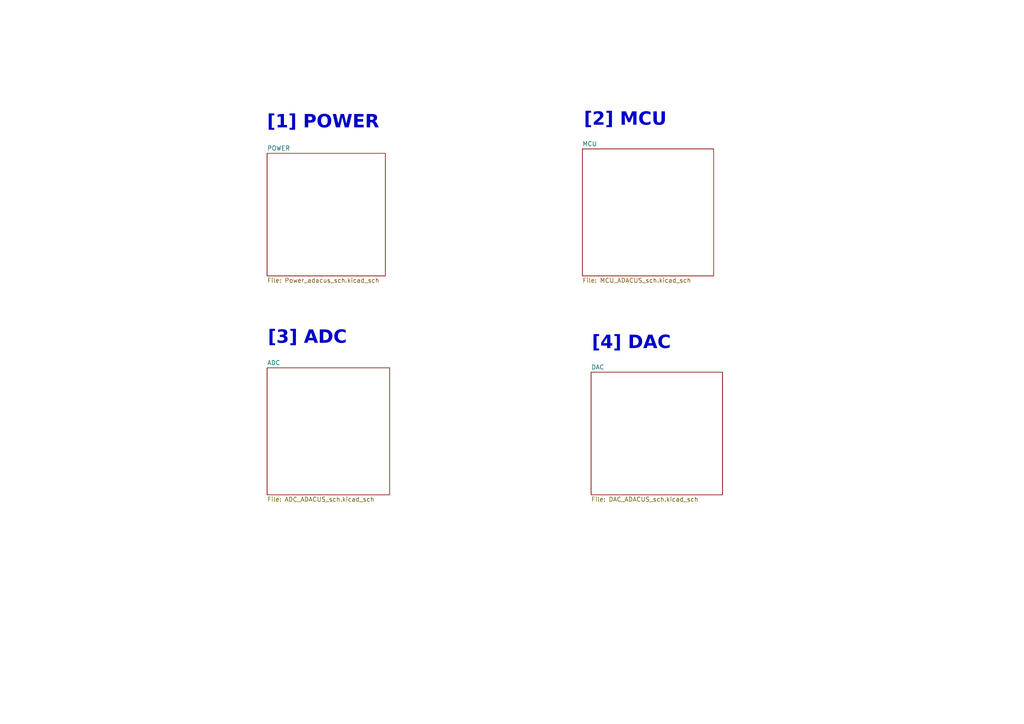
<source format=kicad_sch>
(kicad_sch
	(version 20231120)
	(generator "eeschema")
	(generator_version "8.0")
	(uuid "5b4caae3-37f5-49e8-8ccb-da7cc544f604")
	(paper "A4")
	(lib_symbols)
	(text "[2] MCU"
		(exclude_from_sim yes)
		(at 181.356 35.814 0)
		(effects
			(font
				(face "Arial")
				(size 3.81 3.81)
				(thickness 1.016)
				(bold yes)
			)
		)
		(uuid "21d50075-7cad-4ad0-830e-43d9b5599f63")
	)
	(text "[3] ADC"
		(exclude_from_sim yes)
		(at 89.154 99.06 0)
		(effects
			(font
				(face "Arial")
				(size 3.81 3.81)
				(thickness 1.016)
				(bold yes)
			)
		)
		(uuid "3b35eab3-2286-428d-8d5d-dc03d4669a8d")
	)
	(text "[4] DAC\n"
		(exclude_from_sim yes)
		(at 183.134 100.584 0)
		(effects
			(font
				(face "Arial")
				(size 3.81 3.81)
				(thickness 1.016)
				(bold yes)
			)
		)
		(uuid "d086c400-9d77-46b3-aecf-6826c6bd7857")
	)
	(text "[1] POWER"
		(exclude_from_sim yes)
		(at 93.726 36.576 0)
		(effects
			(font
				(face "Arial")
				(size 3.81 3.81)
				(thickness 1.016)
				(bold yes)
			)
		)
		(uuid "f6495c5a-c0fc-4022-b05b-3a08e5a5e07c")
	)
	(sheet
		(at 171.45 107.95)
		(size 38.1 35.56)
		(fields_autoplaced yes)
		(stroke
			(width 0.1524)
			(type solid)
		)
		(fill
			(color 0 0 0 0.0000)
		)
		(uuid "00d69a87-1f9e-4a60-98b4-ea50b284f182")
		(property "Sheetname" "DAC"
			(at 171.45 107.2384 0)
			(effects
				(font
					(size 1.27 1.27)
				)
				(justify left bottom)
			)
		)
		(property "Sheetfile" "DAC_ADACUS_sch.kicad_sch"
			(at 171.45 144.0946 0)
			(effects
				(font
					(size 1.27 1.27)
				)
				(justify left top)
			)
		)
		(instances
			(project "ADACUS"
				(path "/5b4caae3-37f5-49e8-8ccb-da7cc544f604"
					(page "5")
				)
			)
		)
	)
	(sheet
		(at 77.47 44.45)
		(size 34.29 35.56)
		(fields_autoplaced yes)
		(stroke
			(width 0.1524)
			(type solid)
		)
		(fill
			(color 0 0 0 0.0000)
		)
		(uuid "012cb542-cefe-4141-9286-26b7d5e6806c")
		(property "Sheetname" "POWER"
			(at 77.47 43.7384 0)
			(effects
				(font
					(size 1.27 1.27)
				)
				(justify left bottom)
			)
		)
		(property "Sheetfile" "Power_adacus_sch.kicad_sch"
			(at 77.47 80.5946 0)
			(effects
				(font
					(size 1.27 1.27)
				)
				(justify left top)
			)
		)
		(instances
			(project "ADACUS"
				(path "/5b4caae3-37f5-49e8-8ccb-da7cc544f604"
					(page "2")
				)
			)
		)
	)
	(sheet
		(at 77.47 106.68)
		(size 35.56 36.83)
		(fields_autoplaced yes)
		(stroke
			(width 0.1524)
			(type solid)
		)
		(fill
			(color 0 0 0 0.0000)
		)
		(uuid "3a988b36-57d2-4e88-bd76-42555a652ede")
		(property "Sheetname" "ADC"
			(at 77.47 105.9684 0)
			(effects
				(font
					(size 1.27 1.27)
				)
				(justify left bottom)
			)
		)
		(property "Sheetfile" "ADC_ADACUS_sch.kicad_sch"
			(at 77.47 144.0946 0)
			(effects
				(font
					(size 1.27 1.27)
				)
				(justify left top)
			)
		)
		(instances
			(project "ADACUS"
				(path "/5b4caae3-37f5-49e8-8ccb-da7cc544f604"
					(page "4")
				)
			)
		)
	)
	(sheet
		(at 168.91 43.18)
		(size 38.1 36.83)
		(fields_autoplaced yes)
		(stroke
			(width 0.1524)
			(type solid)
		)
		(fill
			(color 0 0 0 0.0000)
		)
		(uuid "bd0dfdd1-4cb7-41b3-b57d-52c5445c122b")
		(property "Sheetname" "MCU"
			(at 168.91 42.4684 0)
			(effects
				(font
					(size 1.27 1.27)
				)
				(justify left bottom)
			)
		)
		(property "Sheetfile" "MCU_ADACUS_sch.kicad_sch"
			(at 168.91 80.5946 0)
			(effects
				(font
					(size 1.27 1.27)
				)
				(justify left top)
			)
		)
		(instances
			(project "ADACUS"
				(path "/5b4caae3-37f5-49e8-8ccb-da7cc544f604"
					(page "3")
				)
			)
		)
	)
	(sheet_instances
		(path "/"
			(page "1")
		)
	)
)

</source>
